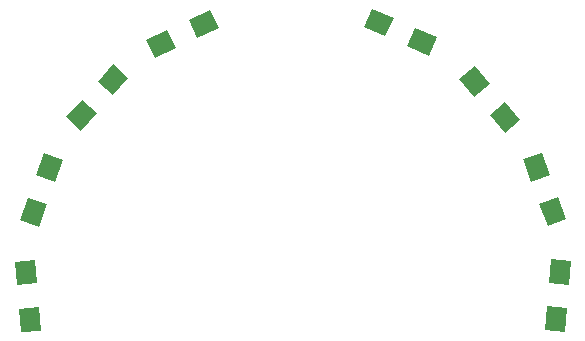
<source format=gtp>
G04 #@! TF.FileFunction,Paste,Top*
%FSLAX46Y46*%
G04 Gerber Fmt 4.6, Leading zero omitted, Abs format (unit mm)*
G04 Created by KiCad (PCBNEW 4.0.7) date 06/13/18 15:06:57*
%MOMM*%
%LPD*%
G01*
G04 APERTURE LIST*
%ADD10C,0.100000*%
G04 APERTURE END LIST*
D10*
G36*
X75548968Y-99142699D02*
X77242499Y-98994534D01*
X77416810Y-100986923D01*
X75723279Y-101135088D01*
X75548968Y-99142699D01*
X75548968Y-99142699D01*
G37*
G36*
X75897590Y-103127477D02*
X77591121Y-102979312D01*
X77765432Y-104971701D01*
X76071901Y-105119866D01*
X75897590Y-103127477D01*
X75897590Y-103127477D01*
G37*
G36*
X78052921Y-89955805D02*
X79650399Y-90537240D01*
X78966359Y-92416625D01*
X77368881Y-91835190D01*
X78052921Y-89955805D01*
X78052921Y-89955805D01*
G37*
G36*
X76684841Y-93714575D02*
X78282319Y-94296010D01*
X77598279Y-96175395D01*
X76000801Y-95593960D01*
X76684841Y-93714575D01*
X76684841Y-93714575D01*
G37*
G36*
X83925719Y-82444204D02*
X85189065Y-83581726D01*
X83850803Y-85068016D01*
X82587457Y-83930494D01*
X83925719Y-82444204D01*
X83925719Y-82444204D01*
G37*
G36*
X81249197Y-85416784D02*
X82512543Y-86554306D01*
X81174281Y-88040596D01*
X79910935Y-86903074D01*
X81249197Y-85416784D01*
X81249197Y-85416784D01*
G37*
G36*
X92123298Y-77819383D02*
X92841749Y-79360106D01*
X91029134Y-80205343D01*
X90310683Y-78664620D01*
X92123298Y-77819383D01*
X92123298Y-77819383D01*
G37*
G36*
X88498066Y-79509857D02*
X89216517Y-81050580D01*
X87403902Y-81895817D01*
X86685451Y-80355094D01*
X88498066Y-79509857D01*
X88498066Y-79509857D01*
G37*
G36*
X111290363Y-80148896D02*
X110598910Y-81701923D01*
X108771819Y-80888450D01*
X109463272Y-79335423D01*
X111290363Y-80148896D01*
X111290363Y-80148896D01*
G37*
G36*
X107636181Y-78521950D02*
X106944728Y-80074977D01*
X105117637Y-79261504D01*
X105809090Y-77708477D01*
X107636181Y-78521950D01*
X107636181Y-78521950D01*
G37*
G36*
X118352700Y-87146564D02*
X117050425Y-88239303D01*
X115764850Y-86707214D01*
X117067125Y-85614475D01*
X118352700Y-87146564D01*
X118352700Y-87146564D01*
G37*
G36*
X115781550Y-84082386D02*
X114479275Y-85175125D01*
X113193700Y-83643036D01*
X114495975Y-82550297D01*
X115781550Y-84082386D01*
X115781550Y-84082386D01*
G37*
G36*
X122271599Y-95543160D02*
X120674121Y-96124595D01*
X119990081Y-94245210D01*
X121587559Y-93663775D01*
X122271599Y-95543160D01*
X122271599Y-95543160D01*
G37*
G36*
X120903519Y-91784390D02*
X119306041Y-92365825D01*
X118622001Y-90486440D01*
X120219479Y-89905005D01*
X120903519Y-91784390D01*
X120903519Y-91784390D01*
G37*
G36*
X122149699Y-105069066D02*
X120456168Y-104920901D01*
X120630479Y-102928512D01*
X122324010Y-103076677D01*
X122149699Y-105069066D01*
X122149699Y-105069066D01*
G37*
G36*
X122498321Y-101084288D02*
X120804790Y-100936123D01*
X120979101Y-98943734D01*
X122672632Y-99091899D01*
X122498321Y-101084288D01*
X122498321Y-101084288D01*
G37*
M02*

</source>
